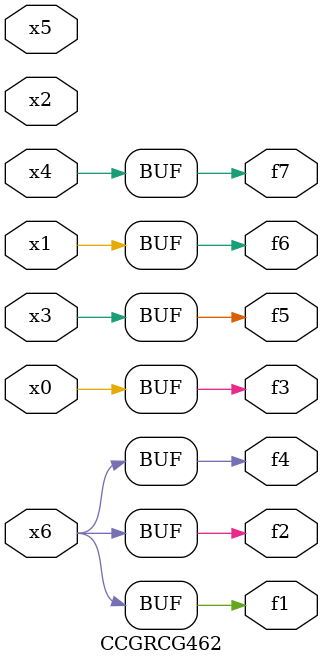
<source format=v>
module CCGRCG462(
	input x0, x1, x2, x3, x4, x5, x6,
	output f1, f2, f3, f4, f5, f6, f7
);
	assign f1 = x6;
	assign f2 = x6;
	assign f3 = x0;
	assign f4 = x6;
	assign f5 = x3;
	assign f6 = x1;
	assign f7 = x4;
endmodule

</source>
